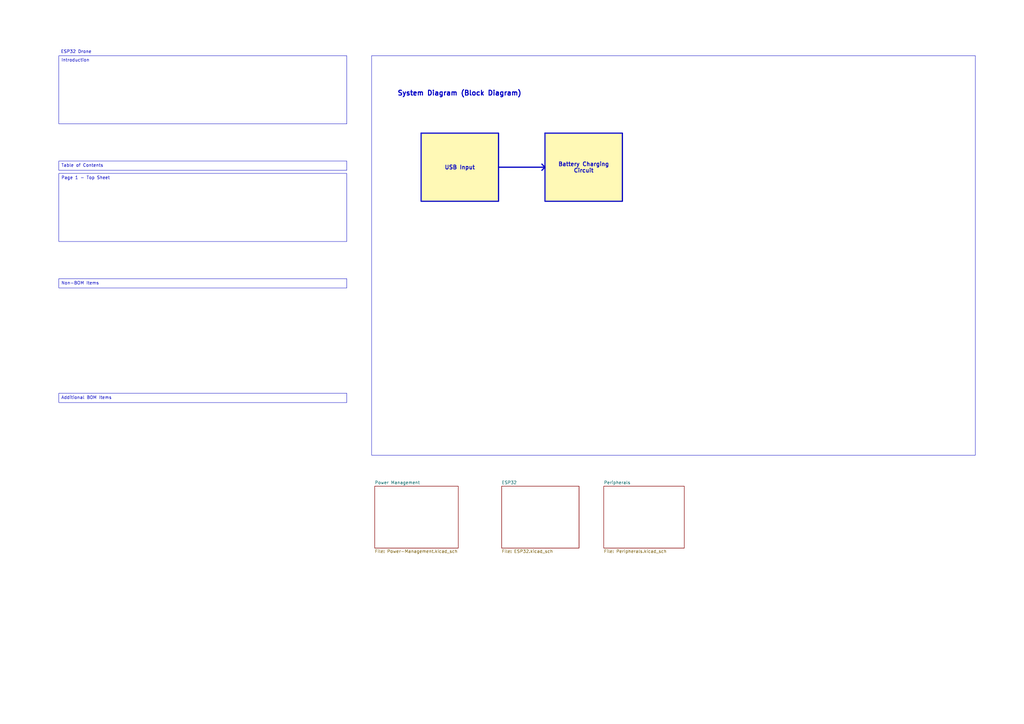
<source format=kicad_sch>
(kicad_sch
	(version 20250114)
	(generator "eeschema")
	(generator_version "9.0")
	(uuid "2164f6c4-476c-4035-8d45-cddfb758dbad")
	(paper "A3")
	(title_block
		(title "ESP32 Drone PCB")
		(rev "1")
		(company "GlennLopez.com")
	)
	(lib_symbols)
	(rectangle
		(start 152.4 22.86)
		(end 400.05 186.69)
		(stroke
			(width 0)
			(type default)
		)
		(fill
			(type none)
		)
		(uuid 694a76a8-04de-4753-8e21-05fc0f61bd79)
	)
	(text "ESP32 Drone"
		(exclude_from_sim no)
		(at 31.242 21.336 0)
		(effects
			(font
				(size 1.27 1.27)
				(thickness 0.1588)
			)
		)
		(uuid "2b04f695-18f4-4139-b6d0-a971b6a882d3")
	)
	(text "System Diagram (Block Diagram)"
		(exclude_from_sim no)
		(at 188.468 38.354 0)
		(effects
			(font
				(size 2 2)
				(thickness 0.4)
				(bold yes)
			)
		)
		(uuid "61efb20e-ae00-4eb3-9f5a-e8432bd29fc9")
	)
	(text_box "USB Input"
		(exclude_from_sim no)
		(at 172.72 54.61 0)
		(size 31.75 27.94)
		(margins 0.9525 0.9525 0.9525 0.9525)
		(stroke
			(width 0.5)
			(type solid)
		)
		(fill
			(type color)
			(color 255 249 182 1)
		)
		(effects
			(font
				(size 1.6256 1.6256)
				(thickness 0.2946)
				(bold yes)
			)
		)
		(uuid "0de4a06c-7c74-4b89-919d-2bb269e3f2f8")
	)
	(text_box "Battery Charging Circuit"
		(exclude_from_sim no)
		(at 223.52 54.61 0)
		(size 31.75 27.94)
		(margins 0.9525 0.9525 0.9525 0.9525)
		(stroke
			(width 0.5)
			(type solid)
		)
		(fill
			(type color)
			(color 255 249 182 1)
		)
		(effects
			(font
				(size 1.6256 1.6256)
				(thickness 0.2946)
				(bold yes)
			)
		)
		(uuid "1dd066a7-1d74-4738-a068-f31cb4e2d518")
	)
	(text_box "Additional BOM Items"
		(exclude_from_sim no)
		(at 24.13 161.29 0)
		(size 118.11 3.81)
		(margins 0.9525 0.9525 0.9525 0.9525)
		(stroke
			(width 0)
			(type solid)
		)
		(fill
			(type none)
		)
		(effects
			(font
				(size 1.27 1.27)
			)
			(justify left top)
		)
		(uuid "2846a69f-c9a4-4a11-bd9c-246c4127e1c5")
	)
	(text_box "Page 1 - Top Sheet"
		(exclude_from_sim no)
		(at 24.13 71.12 0)
		(size 118.11 27.94)
		(margins 0.9525 0.9525 0.9525 0.9525)
		(stroke
			(width 0)
			(type solid)
		)
		(fill
			(type none)
		)
		(effects
			(font
				(size 1.27 1.27)
			)
			(justify left top)
		)
		(uuid "790ad00e-f44d-40f8-9a17-a5db365d24ab")
	)
	(text_box "Introduction"
		(exclude_from_sim no)
		(at 24.13 22.86 0)
		(size 118.11 27.94)
		(margins 0.9525 0.9525 0.9525 0.9525)
		(stroke
			(width 0)
			(type solid)
		)
		(fill
			(type none)
		)
		(effects
			(font
				(size 1.27 1.27)
			)
			(justify left top)
		)
		(uuid "9c5a1a0d-5a84-4467-a50e-d4d7bc92e55b")
	)
	(text_box "Non-BOM Items"
		(exclude_from_sim no)
		(at 24.13 114.3 0)
		(size 118.11 3.81)
		(margins 0.9525 0.9525 0.9525 0.9525)
		(stroke
			(width 0)
			(type solid)
		)
		(fill
			(type none)
		)
		(effects
			(font
				(size 1.27 1.27)
			)
			(justify left top)
		)
		(uuid "d1f37621-3609-4e36-9966-0c7d9d2341f8")
	)
	(text_box "Table of Contents"
		(exclude_from_sim no)
		(at 24.13 66.04 0)
		(size 118.11 3.81)
		(margins 0.9525 0.9525 0.9525 0.9525)
		(stroke
			(width 0)
			(type solid)
		)
		(fill
			(type none)
		)
		(effects
			(font
				(size 1.27 1.27)
			)
			(justify left top)
		)
		(uuid "dda0c386-a4be-42b8-879c-8e22f1f0c946")
	)
	(polyline
		(pts
			(xy 204.47 68.58) (xy 223.52 68.58)
		)
		(stroke
			(width 0.5)
			(type solid)
		)
		(uuid "08bc5b21-e6da-4d2d-acb5-0ae03d93f70b")
	)
	(polyline
		(pts
			(xy 222.25 67.31) (xy 223.52 68.58)
		)
		(stroke
			(width 0)
			(type default)
		)
		(uuid "48f0ae3b-6d1a-4762-b966-872399ab7f2d")
	)
	(polyline
		(pts
			(xy 222.25 69.85) (xy 223.52 68.58)
		)
		(stroke
			(width 0.5)
			(type default)
		)
		(uuid "a247f569-72ef-4a9b-adcb-e725070bb0f1")
	)
	(polyline
		(pts
			(xy 222.25 67.31) (xy 223.52 68.58)
		)
		(stroke
			(width 0.5)
			(type default)
		)
		(uuid "ad69e7d8-3e3e-4f78-8483-663d9423fa8a")
	)
	(polyline
		(pts
			(xy 222.25 67.31) (xy 223.52 68.58)
		)
		(stroke
			(width 0)
			(type default)
		)
		(uuid "c7d493c1-ca74-4f9f-a015-3ad3194c4475")
	)
	(sheet
		(at 247.65 199.39)
		(size 33.02 25.4)
		(exclude_from_sim no)
		(in_bom yes)
		(on_board yes)
		(dnp no)
		(fields_autoplaced yes)
		(stroke
			(width 0.1524)
			(type solid)
		)
		(fill
			(color 0 0 0 0.0000)
		)
		(uuid "27cb7113-7d51-4441-a1d3-c5b413df723b")
		(property "Sheetname" "Peripherals"
			(at 247.65 198.6784 0)
			(effects
				(font
					(size 1.27 1.27)
				)
				(justify left bottom)
			)
		)
		(property "Sheetfile" "Peripherals.kicad_sch"
			(at 247.65 225.3746 0)
			(effects
				(font
					(size 1.27 1.27)
				)
				(justify left top)
			)
		)
		(instances
			(project "ESP32-Drone"
				(path "/2164f6c4-476c-4035-8d45-cddfb758dbad"
					(page "4")
				)
			)
		)
	)
	(sheet
		(at 153.67 199.39)
		(size 34.29 25.4)
		(exclude_from_sim no)
		(in_bom yes)
		(on_board yes)
		(dnp no)
		(fields_autoplaced yes)
		(stroke
			(width 0.1524)
			(type solid)
		)
		(fill
			(color 0 0 0 0.0000)
		)
		(uuid "8849d0b9-f1cc-4b92-9937-302e148a0b3b")
		(property "Sheetname" "Power Management"
			(at 153.67 198.6784 0)
			(effects
				(font
					(size 1.27 1.27)
				)
				(justify left bottom)
			)
		)
		(property "Sheetfile" "Power-Management.kicad_sch"
			(at 153.67 225.3746 0)
			(effects
				(font
					(size 1.27 1.27)
				)
				(justify left top)
			)
		)
		(instances
			(project "ESP32-Drone"
				(path "/2164f6c4-476c-4035-8d45-cddfb758dbad"
					(page "2")
				)
			)
		)
	)
	(sheet
		(at 205.74 199.39)
		(size 31.75 25.4)
		(exclude_from_sim no)
		(in_bom yes)
		(on_board yes)
		(dnp no)
		(fields_autoplaced yes)
		(stroke
			(width 0.1524)
			(type solid)
		)
		(fill
			(color 0 0 0 0.0000)
		)
		(uuid "aee334b9-136e-48d1-a54d-73461d140c94")
		(property "Sheetname" "ESP32"
			(at 205.74 198.6784 0)
			(effects
				(font
					(size 1.27 1.27)
				)
				(justify left bottom)
			)
		)
		(property "Sheetfile" "ESP32.kicad_sch"
			(at 205.74 225.3746 0)
			(effects
				(font
					(size 1.27 1.27)
				)
				(justify left top)
			)
		)
		(instances
			(project "ESP32-Drone"
				(path "/2164f6c4-476c-4035-8d45-cddfb758dbad"
					(page "3")
				)
			)
		)
	)
	(sheet_instances
		(path "/"
			(page "1")
		)
	)
	(embedded_fonts no)
)

</source>
